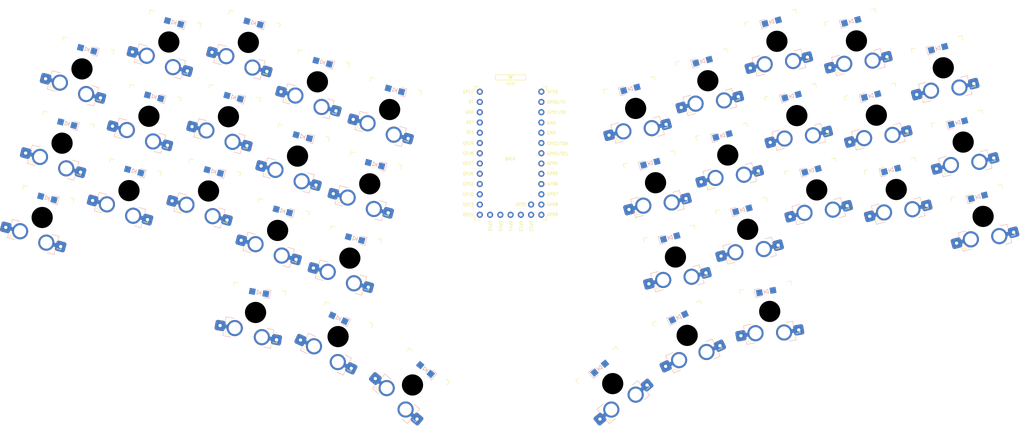
<source format=kicad_pcb>
(kicad_pcb (version 20221018) (generator pcbnew)
  (layers (0 "F.Cu" signal) (31 "B.Cu" signal) (34 "B.Paste" user) (35 "F.Paste" user) (36 "B.SilkS" user "B.Silkscreen") (37 "F.SilkS" user "F.Silkscreen") (38 "B.Mask" user) (39 "F.Mask" user) (44 "Edge.Cuts" user))
  (net 0 "")
  (net 1 "ROW0")
  (net 2 "Net-(D1-A)")
  (net 3 "ROW1")
  (net 4 "Net-(D2-A)")
  (net 5 "ROW2")
  (net 6 "Net-(D3-A)")
  (net 7 "Net-(D4-A)")
  (net 8 "Net-(D5-A)")
  (net 9 "Net-(D6-A)")
  (net 10 "Net-(D7-A)")
  (net 11 "Net-(D8-A)")
  (net 12 "Net-(D9-A)")
  (net 13 "ROW3")
  (net 14 "Net-(D10-A)")
  (net 15 "Net-(D11-A)")
  (net 16 "Net-(D12-A)")
  (net 17 "Net-(D13-A)")
  (net 18 "Net-(D14-A)")
  (net 19 "Net-(D15-A)")
  (net 20 "Net-(D16-A)")
  (net 21 "Net-(D17-A)")
  (net 22 "Net-(D18-A)")
  (net 23 "Net-(D19-A)")
  (net 24 "Net-(D20-A)")
  (net 25 "Net-(D21-A)")
  (net 26 "Net-(D22-A)")
  (net 27 "Net-(D23-A)")
  (net 28 "Net-(D24-A)")
  (net 29 "Net-(D25-A)")
  (net 30 "Net-(D26-A)")
  (net 31 "Net-(D27-A)")
  (net 32 "Net-(D28-A)")
  (net 33 "Net-(D29-A)")
  (net 34 "Net-(D30-A)")
  (net 35 "Net-(D31-A)")
  (net 36 "Net-(D32-A)")
  (net 37 "Net-(D33-A)")
  (net 38 "Net-(D34-A)")
  (net 39 "Net-(D35-A)")
  (net 40 "Net-(D36-A)")
  (net 41 "COL0")
  (net 42 "COL1")
  (net 43 "COL2")
  (net 44 "COL3")
  (net 45 "COL4")
  (net 46 "COL5")
  (net 47 "COL6")
  (net 48 "COL7")
  (net 49 "COL8")
  (net 50 "COL9")
  (footprint "KBD:SW_Gateron_LowProfile_HotSwap_PTH" (layer "F.Cu") (at 32.044761 105.706539 -15)
    (fp_text reference "SW21" hide)
    (fp_text value "Switch-NoLED" hide)
    (pad "" np_thru_hole circle (at 0 0 345) (size 5.25 5.25) (drill 5.25) (layers "*.Mask"))
    (pad "1" thru_hole roundrect (at -8.075 4.7 345) (size 2.5 2.55) (drill 0.8128) (layers "*.Cu" "*.Mask") (roundrect_rratio 0.2) (net 41 "COL0"))
    (pad "1" smd rect (at -6.35 4.7 345) (size 3.9 1) (layers "B.Cu") (net 41 "COL0"))
    (pad "1" thru_hole circle (at -4.4 4.7 345) (size 4 4) (drill 3) (layers "*.Cu" "B.Mask") (net 41 "COL0"))
    (pad "2" thru_hole circle (at 2.6 5.75 345) (size 4 4) (drill 3) (layers "*.Cu" "B.Mask") (net 25 "Net-(D21-A)"))
    (pad "2" smd rect (at 4.475 5.75 345) (size 3.75 1) (layers "B.Cu") (net 25 "Net-(D21-A)"))
    (pad "2" thru_hole roundrect (at 6.275 5.75 345) (size 2.5 2.55) (drill 0.8128) (layers "*.Cu" "*.Mask") (roundrect_rratio 0.2) (net 25 "Net-(D21-A)"))
  )
  (footprint "KBD:SW_Gateron_LowProfile_HotSwap_PTH" (layer "F.Cu") (at 100.214256 72.105164 -15)
    (fp_text reference "SW4" hide)
    (fp_text value "Switch-NoLED" hide)
    (pad "" np_thru_hole circle (at 0 0 345) (size 5.25 5.25) (drill 5.25) (layers "*.Mask"))
    (pad "1" thru_hole roundrect (at -8.075 4.7 345) (size 2.5 2.55) (drill 0.8128) (layers "*.Cu" "*.Mask") (roundrect_rratio 0.2) (net 44 "COL3"))
    (pad "1" smd rect (at -6.35 4.7 345) (size 3.9 1) (layers "B.Cu") (net 44 "COL3"))
    (pad "1" thru_hole circle (at -4.4 4.7 345) (size 4 4) (drill 3) (layers "*.Cu" "B.Mask") (net 44 "COL3"))
    (pad "2" thru_hole circle (at 2.6 5.75 345) (size 4 4) (drill 3) (layers "*.Cu" "B.Mask") (net 7 "Net-(D4-A)"))
    (pad "2" smd rect (at 4.475 5.75 345) (size 3.75 1) (layers "B.Cu") (net 7 "Net-(D4-A)"))
    (pad "2" thru_hole roundrect (at 6.275 5.75 345) (size 2.5 2.55) (drill 0.8128) (layers "*.Cu" "*.Mask") (roundrect_rratio 0.2) (net 7 "Net-(D4-A)"))
  )
  (footprint "KBD:SW_Gateron_LowProfile_HotSwap_PTH" (layer "F.Cu") (at 90.35325 108.906938 -15)
    (fp_text reference "SW24" hide)
    (fp_text value "Switch-NoLED" hide)
    (pad "" np_thru_hole circle (at 0 0 345) (size 5.25 5.25) (drill 5.25) (layers "*.Mask"))
    (pad "1" thru_hole roundrect (at -8.075 4.7 345) (size 2.5 2.55) (drill 0.8128) (layers "*.Cu" "*.Mask") (roundrect_rratio 0.2) (net 44 "COL3"))
    (pad "1" smd rect (at -6.35 4.7 345) (size 3.9 1) (layers "B.Cu") (net 44 "COL3"))
    (pad "1" thru_hole circle (at -4.4 4.7 345) (size 4 4) (drill 3) (layers "*.Cu" "B.Mask") (net 44 "COL3"))
    (pad "2" thru_hole circle (at 2.6 5.75 345) (size 4 4) (drill 3) (layers "*.Cu" "B.Mask") (net 28 "Net-(D24-A)"))
    (pad "2" smd rect (at 4.475 5.75 345) (size 3.75 1) (layers "B.Cu") (net 28 "Net-(D24-A)"))
    (pad "2" thru_hole roundrect (at 6.275 5.75 345) (size 2.5 2.55) (drill 0.8128) (layers "*.Cu" "*.Mask") (roundrect_rratio 0.2) (net 28 "Net-(D24-A)"))
  )
  (footprint "KBD:SW_Gateron_LowProfile_HotSwap_PTH" (layer "F.Cu") (at 243.562746 98.774172 15)
    (fp_text reference "SW29" hide)
    (fp_text value "Switch-NoLED" hide)
    (pad "" np_thru_hole circle (at 0 0 15) (size 5.25 5.25) (drill 5.25) (layers "*.Mask"))
    (pad "1" thru_hole roundrect (at -8.075 4.7 15) (size 2.5 2.55) (drill 0.8128) (layers "*.Cu" "*.Mask") (roundrect_rratio 0.2) (net 49 "COL8"))
    (pad "1" smd rect (at -6.35 4.7 15) (size 3.9 1) (layers "B.Cu") (net 49 "COL8"))
    (pad "1" thru_hole circle (at -4.4 4.7 15) (size 4 4) (drill 3) (layers "*.Cu" "B.Mask") (net 49 "COL8"))
    (pad "2" thru_hole circle (at 2.6 5.75 15) (size 4 4) (drill 3) (layers "*.Cu" "B.Mask") (net 33 "Net-(D29-A)"))
    (pad "2" smd rect (at 4.475 5.75 15) (size 3.75 1) (layers "B.Cu") (net 33 "Net-(D29-A)"))
    (pad "2" thru_hole roundrect (at 6.275 5.75 15) (size 2.5 2.55) (drill 0.8128) (layers "*.Cu" "*.Mask") (roundrect_rratio 0.2) (net 33 "Net-(D29-A)"))
  )
  (footprint "KBD:SW_Gateron_LowProfile_HotSwap_PTH" (layer "F.Cu") (at 108.236499 115.769292 -15)
    (fp_text reference "SW25" hide)
    (fp_text value "Switch-NoLED" hide)
    (pad "" np_thru_hole circle (at 0 0 345) (size 5.25 5.25) (drill 5.25) (layers "*.Mask"))
    (pad "1" thru_hole roundrect (at -8.075 4.7 345) (size 2.5 2.55) (drill 0.8128) (layers "*.Cu" "*.Mask") (roundrect_rratio 0.2) (net 45 "COL4"))
    (pad "1" smd rect (at -6.35 4.7 345) (size 3.9 1) (layers "B.Cu") (net 45 "COL4"))
    (pad "1" thru_hole circle (at -4.4 4.7 345) (size 4 4) (drill 3) (layers "*.Cu" "B.Mask") (net 45 "COL4"))
    (pad "2" thru_hole circle (at 2.6 5.75 345) (size 4 4) (drill 3) (layers "*.Cu" "B.Mask") (net 29 "Net-(D25-A)"))
    (pad "2" smd rect (at 4.475 5.75 345) (size 3.75 1) (layers "B.Cu") (net 29 "Net-(D25-A)"))
    (pad "2" thru_hole roundrect (at 6.275 5.75 345) (size 2.5 2.55) (drill 0.8128) (layers "*.Cu" "*.Mask") (roundrect_rratio 0.2) (net 29 "Net-(D25-A)"))
  )
  (footprint "KBD:SW_Gateron_LowProfile_HotSwap_PTH" (layer "F.Cu") (at 188.877723 115.497532 15)
    (fp_text reference "SW26" hide)
    (fp_text value "Switch-NoLED" hide)
    (pad "" np_thru_hole circle (at 0 0 15) (size 5.25 5.25) (drill 5.25) (layers "*.Mask"))
    (pad "1" thru_hole roundrect (at -8.075 4.7 15) (size 2.5 2.55) (drill 0.8128) (layers "*.Cu" "*.Mask") (roundrect_rratio 0.2) (net 46 "COL5"))
    (pad "1" smd rect (at -6.35 4.7 15) (size 3.9 1) (layers "B.Cu") (net 46 "COL5"))
    (pad "1" thru_hole circle (at -4.4 4.7 15) (size 4 4) (drill 3) (layers "*.Cu" "B.Mask") (net 46 "COL5"))
    (pad "2" thru_hole circle (at 2.6 5.75 15) (size 4 4) (drill 3) (layers "*.Cu" "B.Mask") (net 30 "Net-(D26-A)"))
    (pad "2" smd rect (at 4.475 5.75 15) (size 3.75 1) (layers "B.Cu") (net 30 "Net-(D26-A)"))
    (pad "2" thru_hole roundrect (at 6.275 5.75 15) (size 2.5 2.55) (drill 0.8128) (layers "*.Cu" "*.Mask") (roundrect_rratio 0.2) (net 30 "Net-(D26-A)"))
  )
  (footprint "KBD:ProMicro_RP2040_v3.5_R" (layer "F.Cu") (at 147.99 91.167)
    (fp_text reference "U1" hide)
    (fp_text value "ProMicro_RP2040_R" hide)
    (fp_text user "" (at -1.1915 -15.848) (layer "B.SilkS") (effects (justify mirror)))
    (fp_text user "GP08" (at 10.485 11.308 unlocked) (layer "F.SilkS") (effects (font (size 0.75 0.67) (thickness 0.125))))
    (fp_text user "GP27" (at -10.432143 1.158 unlocked) (layer "F.SilkS") (effects (font (size 0.75 0.67) (thickness 0.125))))
    (fp_text user "GND" (at 10.197858 -8.892 unlocked) (layer "F.SilkS") (effects (font (size 0.75 0.67) (thickness 0.125))))
    (fp_text user "GP09" (at 10.485 13.808 unlocked) (layer "F.SilkS") (effects (font (size 0.75 0.67) (thickness 0.125))))
    (fp_text user "GP11" (at -10.432143 -16.61 unlocked) (layer "F.SilkS") (effects (font (size 0.75 0.67) (thickness 0.125))))
    (fp_text user "GP28" (at -10.432143 -1.342 unlocked) (layer "F.SilkS") (effects (font (size 0.75 0.67) (thickness 0.125))))
    (fp_text user "GP20" (at -10.432143 8.808 unlocked) (layer "F.SilkS") (effects (font (size 0.75 0.67) (thickness 0.125))))
    (fp_text user "USB" (at 0.01 -18.542) (layer "F.SilkS") (effects (font (size 0.75 0.75) (thickness 0.12))))
    (fp_text user "GP10" (at 10.485 -16.586676 unlocked) (layer "F.SilkS") (effects (font (size 0.75 0.67) (thickness 0.125))))
    (fp_text user "RST" (at -10.033333 -8.992 unlocked) (layer "F.SilkS") (effects (font (size 0.75 0.67) (thickness 0.125))))
    (fp_text user "GP22" (at -10.432143 6.258 unlocked) (layer "F.SilkS") (effects (font (size 0.75 0.67) (thickness 0.125))))
    (fp_text user "GND" (at -10.145 -11.542 unlocked) (layer "F.SilkS") (effects (font (size 0.75 0.67) (thickness 0.125))))
    (fp_text user "GP12" (at 5.14 16.664 270 unlocked) (layer "F.SilkS") (effects (font (size 0.75 0.67) (thickness 0.125))))
    (fp_text user "GP29" (at -10.432143 -3.842 unlocked) (layer "F.SilkS") (effects (font (size 0.75 0.67) (thickness 0.125))))
    (fp_text user "GP26" (at -10.432143 3.708 unlocked) (layer "F.SilkS") (effects (font (size 0.75 0.67) (thickness 0.125))))
    (fp_text user "" (at -0.485 -16.992) (layer "F.SilkS"))
    (fp_text user "5V" (at -9.730238 -14.092 unlocked) (layer "F.SilkS") (effects (font (size 0.75 0.67) (thickness 0.125))))
    (fp_text user "GND" (at 10.197858 -6.442 unlocked) (layer "F.SilkS") (effects (font (size 0.75 0.67) (thickness 0.125))))
    (fp_text user "GP02/SDA" (at 11.777143 -3.792 unlocked) (layer "F.SilkS") (effects (font (size 0.75 0.67) (thickness 0.125))))
    (fp_text user "GP15" (at -2.48 16.664 270 unlocked) (layer "F.SilkS") (effects (font (size 0.75 0.67) (thickness 0.125))))
    (fp_text user "GP16" (at -5.02 16.664 270 unlocked) (layer "F.SilkS") (effects (font (size 0.75 0.67) (thickness 0.125))))
    (fp_text user "GP01/RX" (at 11.49 -11.492 unlocked) (layer "F.SilkS") (effects (font (size 0.75 0.67) (thickness 0.125))))
    (fp_text user "GP04" (at 10.485 1.108 unlocked) (layer "F.SilkS") (effects (font (size 0.75 0.67) (thickness 0.125))))
    (fp_text user "GP13" (at 2.6 16.664 270 unlocked) (layer "F.SilkS") (effects (font (size 0.75 0.67) (thickness 0.125))))
    (fp_text user "GP03/SCL" (at 11.761191 -1.292 unlocked) (layer "F.SilkS") (effects (font (size 0.75 0.67) (thickness 0.125))))
    (fp_text user "GP00/TX" (at 11.410238 -14.042 unlocked) (layer "F.SilkS") (effects (font (size 0.75 0.67) (thickness 0.125))))
    (fp_text user "GP21" (at -10.432143 13.858 unlocked) (layer "F.SilkS") (effects (font (size 0.75 0.67) (thickness 0.125))))
    (fp_text user "GP05" (at 10.485 3.658 unlocked) (layer "F.SilkS") (effects (font (size 0.75 0.67) (thickness 0.125))))
    (fp_text user "GP07" (at 10.485 8.758 unlocked) (layer "F.SilkS") (effects (font (size 0.75 0.67) (thickness 0.125))))
    (fp_text user "GP06" (at 10.485 6.208 unlocked) (layer "F.SilkS") (effects (font (size 0.75 0.67) (thickness 0.125))))
    (fp_text user "GP14" (at 0.06 16.664 270 unlocked) (layer "F.SilkS") (effects (font (size 0.75 0.67) (thickness 0.125))))
    (fp_text user "GP25" (at 2.6 11.33 unlocked) (layer "F.SilkS") (effects (font (size 0.75 0.67) (thickness 0.125))))
    (fp_text user "3V3" (at -10.049286 -6.542 unlocked) (layer "F.SilkS") (effects (font (size 0.75 0.67) (thickness 0.125))))
    (fp_text user "BACK" (at 0 0 unlocked) (layer "F.SilkS") (effects (font (size 0.75 0.67) (thickness 0.125))))
    (fp_text user "GP23" (at -10.432143 11.358 unlocked) (layer "F.SilkS") (effects (font (size 0.75 0.67) (thickness 0.125))))
    (pad "1" thru_hole circle (at 7.6814 -16.61) (size 1.524 1.524) (drill 0.8128) (layers "*.Cu" "*.Mask") (net 46 "COL5"))
    (pad "2" thru_hole circle (at 7.6814 -14.07) (size 1.524 1.524) (drill 0.8128) (layers "*.Cu" "*.Mask"))
    (pad "3" thru_hole circle (at 7.6814 -11.53) (size 1.524 1.524) (drill 0.8128) (layers "*.Cu" "*.Mask"))
    (pad "4" thru_hole circle (at 7.6814 -8.99) (size 1.524 1.524) (drill 0.8128) (layers "*.Cu" "*.Mask"))
    (pad "5" thru_hole circle (at 7.6814 -6.45) (size 1.524 1.524) (drill 0.8128) (layers "*.Cu" "*.Mask"))
    (pad "6" thru_hole circle (at 7.6814 -3.91) (size 1.524 1.524) (drill 0.8128) (layers "*.Cu" "*.Mask"))
    (pad "7" thru_hole circle (at 7.6814 -1.37) (size 1.524 1.524) (drill 0.8128) (layers "*.Cu" "*.Mask"))
    (pad "8" thru_hole circle (at 7.6814 1.17) (size 1.524 1.524) (drill 0.8128) (layers "*.Cu" "*.Mask") (net 47 "COL6"))
    (pad "9" thru_hole circle (at 7.6814 3.71) (size 1.524 1.524) (drill 0.8128) (layers "*.Cu" "*.Mask") (net 48 "COL7"))
    (pad "10" thru_hole circle (at 7.6814 6.25) (size 1.524 1.524) (drill 0.8128) (layers "*.Cu" "*.Mask") (net 49 "COL8"))
    (pad "11" thru_hole circle (at 7.6814 8.79) (size 1.524 1.524) (drill 0.8128) (layers "*.Cu" "*.Mask") (net 50 "COL9"))
    (pad "12" thru_hole circle (at 7.6814 11.33) (size 1.524 1.524) (drill 0.8128) (layers "*.Cu" "*.Mask") (net 13 "ROW3"))
    (pad "13" thru_hole circle (at 7.6814 13.87) (size 1.524 1.524) (drill 0.8128) (layers "*.Cu" "*.Mask") (net 5 "ROW2"))
    (pad "14" thru_hole circle (at 5.1414 13.87) (size 1.524 1.524) (drill 0.8128) (layers "*.Cu" "*.Mask"))
    (pad "15" thru_hole circle (at 2.6014 13.87) (size 1.524 1.524) (drill 0.8128) (layers "*.Cu" "*.Mask"))
    (pad "16" thru_hole circle (at 0.0614 13.87) (size 1.524 1.524) (drill 0.8128) (layers "*.Cu" "*.Mask"))
    (pad "17" thru_hole circle (at -2.4786 13.87) (size 1.524 1.524) (drill 0.8128) (layers "*.Cu" "*.Mask"))
    (pad "18" thru_hole circle (at -5.0186 13.87) (size 1.524 1.524) (drill 0.8128) (layers "*.Cu" "*.Mask"))
    (pad "19" thru_hole circle (at -7.5586 13.87) (size 1.524 1.524) (drill 0.8128) (layers "*.Cu" "*.Mask") (net 3 "ROW1"))
    (pad "20" thru_hole circle (at -7.5586 11.33) (size 1.524 1.524) (drill 0.8128) (layers "*.Cu" "*.Mask") (net 1 "ROW0"))
    (pad "21" thru_hole circle (at -7.5586 8.79) (size 1.524 1.524) (drill 0.8128) (layers "*.Cu" "*.Mask") (net 45 "COL4"))
    (pad "22" thru_hole circle (at -7.5586 6.25) (size 1.524 1.524) (drill 0.8128) (layers "*.Cu" "*.Mask") (net 44 "COL3"))
    (pad "23" thru_hole circle (at -7.5586 3.71) (size 1.524 1.524) (drill 0.8128) (layers "*.Cu" "*.Mask") (net 43 "COL2"))
    (pad "24" thru_hole circle (at -7.5586 1.17) (size 1.524 1.524) (drill 0.8128) (layers "*.Cu" "*.Mask") (net 42 "COL1"))
    (pad "25" thru_hole circle (at -7.5586 -1.37) (size 1.524 1.524) (drill 0.8128) (layers "*.Cu" "*.Mask") (net 41 "COL0"))
    (pad "26" thru_hole circle (at -7.5586 -3.91) (size 1.524 1.524) (drill 0.8128) (layers "*.Cu" "*.Mask"))
    (pad "27" thru_hole circle (at -7.5586 -6.45) (size 1.524 1.524) (drill 0.8128) (layers "*.Cu" "*.Mask"))
    (pad "28" thru_hole circle (at -7.5586 -8.99) (size 1.524 1.524) (drill 0.8128) (layers "*.Cu" "*.Mask"))
    (pad "29" thru_hole circle (at -7.5586 -11.53) (size 1.524 1.524) (drill 0.8128) (layers "*.Cu" "*.Mask"))
    (pad "30" thru_hole circle (at -7.5586 -14.07) (size 1.524 1.524) (drill 0.8128) (layers "*.Cu" "*.Mask"))
    (pad "31" thru_hole circle (at -7.5586 -16.61) (size 1.524 1.524) (drill 0.8128) (layers "*.Cu" "*.Mask"))
    (pad "35" thru_hole circle (at 5.14 11.33) (size 1.524 1.524) (drill 0.8128) (layers "*.Cu" "*.Mask"))
  )
  (footprint "KBD:SW_Gateron_LowProfile_HotSwap_PTH" (layer "F.Cu") (at 183.94722 97.096645 15)
    (fp_text reference "SW16" hide)
    (fp_text value "Switch-NoLED" hide)
    (pad "" np_thru_hole circle (at 0 0 15) (size 5.25 5.25) (drill 5.25) (layers "*.Mask"))
    (pad "1" thru_hole roundrect (at -8.075 4.7 15) (size 2.5 2.55) (drill 0.8128) (layers "*.Cu" "*.Mask") (roundrect_rratio 0.2) (net 46 "COL5"))
    (pad "1" smd rect (at -6.35 4.7 15) (size 3.9 1) (layers "B.Cu") (net 46 "COL5"))
    (pad "1" thru_hole circle (at -4.4 4.7 15) (size 4 4) (drill 3) (layers "*.Cu" "B.Mask") (net 46 "COL5"))
    (pad "2" thru_hole circle (at 2.6 5.75 15) (size 4 4) (drill 3) (layers "*.Cu" "B.Mask") (net 20 "Net-(D16-A)"))
    (pad "2" smd rect (at 4.475 5.75 15) (size 3.75 1) (layers "B.Cu") (net 20 "Net-(D16-A)"))
    (pad "2" thru_hole roundrect (at 6.275 5.75 15) (size 2.5 2.55) (drill 0.8128) (layers "*.Cu" "*.Mask") (roundrect_rratio 0.2) (net 20 "Net-(D16-A)"))
  )
  (footprint "KBD:SW_Gateron_LowProfile_HotSwap_PTH" (layer "F.Cu") (at 95.283753 90.506051 -15)
    (fp_text reference "SW14" hide)
    (fp_text value "Switch-NoLED" hide)
    (pad "" np_thru_hole circle (at 0 0 345) (size 5.25 5.25) (drill 5.25) (layers "*.Mask"))
    (pad "1" thru_hole roundrect (at -8.075 4.7 345) (size 2.5 2.55) (drill 0.8128) (layers "*.Cu" "*.Mask") (roundrect_rratio 0.2) (net 44 "COL3"))
    (pad "1" smd rect (at -6.35 4.7 345) (size 3.9 1) (layers "B.Cu") (net 44 "COL3"))
    (pad "1" thru_hole circle (at -4.4 4.7 345) (size 4 4) (drill 3) (layers "*.Cu" "B.Mask") (net 44 "COL3"))
    (pad "2" thru_hole circle (at 2.6 5.75 345) (size 4 4) (drill 3) (layers "*.Cu" "B.Mask") (net 18 "Net-(D14-A)"))
    (pad "2" smd rect (at 4.475 5.75 345) (size 3.75 1) (layers "B.Cu") (net 18 "Net-(D14-A)"))
    (pad "2" thru_hole roundrect (at 6.275 5.75 345) (size 2.5 2.55) (drill 0.8128) (layers "*.Cu" "*.Mask") (roundrect_rratio 0.2) (net 18 "Net-(D14-A)"))
  )
  (footprint "KBD:SW_Gateron_LowProfile_HotSwap_PTH" (layer "F.Cu") (at 233.70174 61.972398 15)
    (fp_text reference "SW9" hide)
    (fp_text value "Switch-NoLED" hide)
    (pad "" np_thru_hole circle (at 0 0 15) (size 5.25 5.25) (drill 5.25) (layers "*.Mask"))
    (pad "1" thru_hole roundrect (at -8.075 4.7 15) (size 2.5 2.55) (drill 0.8128) (layers "*.Cu" "*.Mask") (roundrect_rratio 0.2) (net 49 "COL8"))
    (pad "1" smd rect (at -6.35 4.7 15) (size 3.9 1) (layers "B.Cu") (net 49 "COL8"))
    (pad "1" thru_hole circle (at -4.4 4.7 15) (size 4 4) (drill 3) (layers "*.Cu" "B.Mask") (net 49 "COL8"))
    (pad "2" thru_hole circle (at 2.6 5.75 15) (size 4 4) (drill 3) (layers "*.Cu" "B.Mask") (net 12 "Net-(D9-A)"))
    (pad "2" smd rect (at 4.475 5.75 15) (size 3.75 1) (layers "B.Cu") (net 12 "Net-(D9-A)"))
    (pad "2" thru_hole roundrect (at 6.275 5.75 15) (size 2.5 2.55) (drill 0.8128) (layers "*.Cu" "*.Mask") (roundrect_rratio 0.2) (net 12 "Net-(D9-A)"))
  )
  (footprint "KBD:SW_Gateron_LowProfile_HotSwap_PTH" (layer "F.Cu") (at 58.481979 80.645045 -15)
    (fp_text reference "SW12" hide)
    (fp_text value "Switch-NoLED" hide)
    (pad "" np_thru_hole circle (at 0 0 345) (size 5.25 5.25) (drill 5.25) (layers "*.Mask"))
    (pad "1" thru_hole roundrect (at -8.075 4.7 345) (size 2.5 2.55) (drill 0.8128) (layers "*.Cu" "*.Mask") (roundrect_rratio 0.2) (net 42 "COL1"))
    (pad "1" smd rect (at -6.35 4.7 345) (size 3.9 1) (layers "B.Cu") (net 42 "COL1"))
    (pad "1" thru_hole circle (at -4.4 4.7 345) (size 4 4) (drill 3) (layers "*.Cu" "B.Mask") (net 42 "COL1"))
    (pad "2" thru_hole circle (at 2.6 5.75 345) (size 4 4) (drill 3) (layers "*.Cu" "B.Mask") (net 16 "Net-(D12-A)"))
    (pad "2" smd rect (at 4.475 5.75 345) (size 3.75 1) (layers "B.Cu") (net 16 "Net-(D12-A)"))
    (pad "2" thru_hole roundrect (at 6.275 5.75 345) (size 2.5 2.55) (drill 0.8128) (layers "*.Cu" "*.Mask") (roundrect_rratio 0.2) (net 16 "Net-(D12-A)"))
  )
  (footprint "KBD:SW_Gateron_LowProfile_HotSwap_PTH" (layer "F.Cu") (at 41.905766 68.904765 -15)
    (fp_text reference "SW1" hide)
    (fp_text value "Switch-NoLED" hide)
    (pad "" np_thru_hole circle (at 0 0 345) (size 5.25 5.25) (drill 5.25) (layers "*.Mask"))
    (pad "1" thru_hole roundrect (at -8.075 4.7 345) (size 2.5 2.55) (drill 0.8128) (layers "*.Cu" "*.Mask") (roundrect_rratio 0.2) (net 41 "COL0"))
    (pad "1" smd rect (at -6.35 4.7 345) (size 3.9 1) (layers "B.Cu") (net 41 "COL0"))
    (pad "1" thru_hole circle (at -4.4 4.7 345) (size 4 4) (drill 3) (layers "*.Cu" "B.Mask") (net 41 "COL0"))
    (pad "2" thru_hole circle (at 2.6 5.75 345) (size 4 4) (drill 3) (layers "*.Cu" "B.Mask") (net 2 "Net-(D1-A)"))
    (pad "2" smd rect (at 4.475 5.75 345) (size 3.75 1) (layers "B.Cu") (net 2 "Net-(D1-A)"))
    (pad "2" thru_hole roundrect (at 6.275 5.75 345) (size 2.5 2.55) (drill 0.8128) (layers "*.Cu" "*.Mask") (roundrect_rratio 0.2) (net 2 "Net-(D1-A)"))
  )
  (footprint "KBD:SW_Gateron_LowProfile_HotSwap_PTH" (layer "F.Cu") (at 179.016717 78.695758 15)
    (fp_text reference "SW6" hide)
    (fp_text value "Switch-NoLED" hide)
    (pad "" np_thru_hole circle (at 0 0 15) (size 5.25 5.25) (drill 5.25) (layers "*.Mask"))
    (pad "1" thru_hole roundrect (at -8.075 4.7 15) (size 2.5 2.55) (drill 0.8128) (layers "*.Cu" "*.Mask") (roundrect_rratio 0.2) (net 46 "COL5"))
    (pad "1" smd rect (at -6.35 4.7 15) (size 3.9 1) (layers "B.Cu") (net 46 "COL5"))
    (pad "1" thru_hole circle (at -4.4 4.7 15) (size 4 4) (drill 3) (layers "*.Cu" "B.Mask") (net 46 "COL5"))
    (pad "2" thru_hole circle (at 2.6 5.75 15) (size 4 4) (drill 3) (layers "*.Cu" "B.Mask") (net 9 "Net-(D6-A)"))
    (pad "2" smd rect (at 4.475 5.75 15) (size 3.75 1) (layers "B.Cu") (net 9 "Net-(D6-A)"))
    (pad "2" thru_hole roundrect (at 6.275 5.75 15) (size 2.5 2.55) (drill 0.8128) (layers "*.Cu" "*.Mask") (roundrect_rratio 0.2) (net 9 "Net-(D6-A)"))
  )
  (footprint "KBD:SW_Gateron_LowProfile_HotSwap_PTH" (layer "F.Cu") (at 255.208456 68.633005 15)
    (fp_text reference "SW10" hide)
    (fp_text value "Switch-NoLED" hide)
    (pad "" np_thru_hole circle (at 0 0 15) (size 5.25 5.25) (drill 5.25) (layers "*.Mask"))
    (pad "1" thru_hole roundrect (at -8.075 4.7 15) (size 2.5 2.55) (drill 0.8128) (layers "*.Cu" "*.Mask") (roundrect_rratio 0.2) (net 50 "COL9"))
    (pad "1" smd rect (at -6.35 4.7 15) (size 3.9 1) (layers "B.Cu") (net 50 "COL9"))
    (pad "1" thru_hole circle (at -4.4 4.7 15) (size 4 4) (drill 3) (layers "*.Cu" "B.Mask") (net 50 "COL9"))
    (pad "2" thru_hole circle (at 2.6 5.75 15) (size 4 4) (drill 3) (layers "*.Cu" "B.Mask") (net 14 "Net-(D10-A)"))
    (pad "2" smd rect (at 4.475 5.75 15) (size 3.75 1) (layers "B.Cu") (net 14 "Net-(D10-A)"))
    (pad "2" thru_hole roundrect (at 6.275 5.75 15) (size 2.5 2.55) (drill 0.8128) (layers "*.Cu" "*.Mask") (roundrect_rratio 0.2) (net 14 "Net-(D10-A)"))
  )
  (footprint "KBD:SW_Gateron_LowProfile_HotSwap_PTH" (layer "F.Cu") (at 201.830469 90.234291 15)
    (fp_text reference "SW17" hide)
    (fp_text value "Switch-NoLED" hide)
    (pad "" np_thru_hole circle (at 0 0 15) (size 5.25 5.25) (drill 5.25) (layers "*.Mask"))
    (pad "1" thru_hole roundrect (at -8.075 4.7 15) (size 2.5 2.55) (drill 0.8128) (layers "*.Cu" "*.Mask") (roundrect_rratio 0.2) (net 47 "COL6"))
    (pad "1" smd rect (at -6.35 4.7 15) (size 3.9 1) (layers "B.Cu") (net 47 "COL6"))
    (pad "1" thru_hole circle (at -4.4 4.7 15) (size 4 4) (drill 3) (layers "*.Cu" "B.Mask") (net 47 "COL6"))
    (pad "2" thru_hole circle (at 2.6 5.75 15) (size 4 4) (drill 3) (layers "*.Cu" "B.Mask") (net 21 "Net-(D17-A)"))
    (pad "2" smd rect (at 4.475 5.75 15) (size 3.75 1) (layers "B.Cu") (net 21 "Net-(D17-A)"))
    (pad "2" thru_hole roundrect (at 6.275 5.75 15) (size 2.5 2.55) (drill 0.8128) (layers "*.Cu" "*.Mask") (roundrect_rratio 0.2) (net 21 "Net-(D17-A)"))
  )
  (footprint "KBD:SW_Gateron_LowProfile_HotSwap_PTH" (layer "F.Cu") (at 191.78049 134.900846 25)
    (fp_text reference "SW35" hide)
    (fp_text value "Switch-NoLED" hide)
    (pad "" np_thru_hole circle (at 0 0 25) (size 5.25 5.25) (drill 5.25) (layers "*.Mask"))
    (pad "1" thru_hole roundrect (at -8.075 4.7 25) (size 2.5 2.55) (drill 0.8128) (layers "*.Cu" "*.Mask") (roundrect_rratio 0.2) (net 47 "COL6"))
    (pad "1" smd rect (at -6.35 4.7 25) (size 3.9 1) (layers "B.Cu") (net 47 "COL6"))
    (pad "1" thru_hole circle (at -4.4 4.7 25) (size 4 4) (drill 3) (layers "*.Cu" "B.Mask") (net 47 "COL6"))
    (pad "2" thru_hole circle (at 2.6 5.75 25) (size 4 4) (drill 3) (layers "*.Cu" "B.Mask") (net 39 "Net-(D35-A)"))
    (pad "2" smd rect (at 4.475 5.75 25) (size 3.75 1) (layers "B.Cu") (net 39 "Net-(D35-A)"))
    (pad "2" thru_hole roundrect (at 6.275 5.75 25) (size 2.5 2.55) (drill 0.8128) (layers "*.Cu" "*.Mask") (roundrect_rratio 0.2) (net 39 "Net-(D35-A)"))
  )
  (footprint "KBD:SW_Gateron_LowProfile_HotSwap_PTH" (layer "F.Cu") (at 223.867764 98.875046 15)
    (fp_text reference "SW28" hide)
    (fp_text value "Switch-NoLED" hide)
    (pad "" np_thru_hole circle (at 0 0 15) (size 5.25 5.25) (drill 5.25) (layers "*.Mask"))
    (pad "1" thru_hole roundrect (at -8.075 4.7 15) (size 2.5 2.55) (drill 0.8128) (layers "*.Cu" "*.Mask") (roundrect_rratio 0.2) (net 48 "COL7"))
    (pad "1" smd rect (at -6.35 4.7 15) (size 3.9 1) (layers "B.Cu") (net 48 "COL7"))
    (pad "1" thru_hole circle (at -4.4 4.7 15) (size 4 4) (drill 3) (layers "*.Cu" "B.Mask") (net 48 "COL7"))
    (pad "2" thru_hole circle (at 2.6 5.75 15) (size 4 4) (drill 3) (layers "*.Cu" "B.Mask") (net 32 "Net-(D28-A)"))
    (pad "2" smd rect (at 4.475 5.75 15) (size 3.75 1) (layers "B.Cu") (net 32 "Net-(D28-A)"))
    (pad "2" thru_hole roundrect (at 6.275 5.75 15) (size 2.5 2.55) (drill 0.8128) (layers "*.Cu" "*.Mask") (roundrect_rratio 0.2) (net 32 "Net-(D28-A)"))
  )
  (footprint "KBD:SW_Gateron_LowProfile_HotSwap_PTH" (layer "F.Cu") (at 83.107464 62.345032 -15)
    (fp_text reference "SW3" hide)
    (fp_text value "Switch-NoLED" hide)
    (pad "" np_thru_hole circle (at 0 0 345) (size 5.25 5.25) (drill 5.25) (layers "*.Mask"))
    (pad "1" thru_hole roundrect (at -8.075 4.7 345) (size 2.5 2.55) (drill 0.8128) (layers "*.Cu" "*.Mask") (roundrect_rratio 0.2) (net 43 "COL2"))
    (pad "1" smd rect (at -6.35 4.7 345) (size 3.9 1) (layers "B.Cu") (net 43 "COL2"))
    (pad "1" thru_hole circle (at -4.4 4.7 345) (size 4 4) (drill 3) (layers "*.Cu" "B.Mask") (net 43 "COL2"))
    (pad "2" thru_hole circle (at 2.6 5.75 345) (size 4 4) (drill 3) (layers "*.Cu" "B.Mask") (net 6 "Net-(D3-A)"))
    (pad "2" smd rect (at 4.475 5.75 345) (size 3.75 1) (layers "B.Cu") (net 6 "Net-(D3-A)"))
    (pad "2" thru_hole roundrect (at 6.275 5.75 345) (size 2.5 2.55) (drill 0.8128) (layers "*.Cu" "*.Mask") (roundrect_rratio 0.2) (net 6 "Net-(D3-A)"))
  )
  (footprint "KBD:SW_Gateron_LowProfile_HotSwap_PTH" (layer "F.Cu") (at 84.890594 129.226679 -10)
    (fp_text reference "SW31" hide)
    (fp_text value "Switch-NoLED" hide)
    (pad "" np_thru_hole circle (at 0 0 350) (size 5.25 5.25) (drill 5.25) (layers "*.Mask"))
    (pad "1" thru_hole roundrect (at -8.075 4.7 350) (size 2.5 2.55) (drill 0.8128) (layers "*.Cu" "*.Mask") (roundrect_rratio 0.2) (net 43 "COL2"))
    (pad "1" smd rect (at -6.35 4.7 350) (size 3.9 1) (layers "B.Cu") (net 43 "COL2"))
    (pad "1" thru_hole circle (at -4.4 4.7 350) (size 4 4) (drill 3) (layers "*.Cu" "B.Mask") (net 43 "COL2"))
    (pad "2" thru_hole circle (at 2.6 5.75 350) (size 4 4) (drill 3) (layers "*.Cu" "B.Mask") (net 35 "Net-(D31-A)"))
    (pad "2" smd rect (at 4.475 5.75 350) (size 3.75 1) (layers "B.Cu") (net 35 "Net-(D31-A)"))
    (pad "2" thru_hole roundrect (at 6.275 5.75 350) (size 2.5 2.55) (drill 0.8128) (layers "*.Cu" "*.Mask") (roundrect_rratio 0.2) (net 35 "Net-(D31-A)"))
  )
  (footprint "KBD:SW_Gateron_LowProfile_HotSwap_PTH" (layer "F.Cu") (at 105.331361 135.199711 -25)
    (fp_text reference "SW32" hide)
    (fp_text value "Switch-NoLED" hide)
    (pad "" np_thru_hole circle (at 0 0 335) (size 5.25 5.25) (drill 5.25) (layers "*.Mask"))
    (pad "1" thru_hole roundrect (at -8.075 4.7 335) (size 2.5 2.55) (drill 0.8128) (layers "*.Cu" "*.Mask") (roundrect_rratio 0.2) (net 44 "COL3"))
    (pad "1" smd rect (at -6.35 4.7 335) (size 3.9 1) (layers "B.Cu") (net 44 "COL3"))
    (pad "1" thru_hole circle (at -4.4 4.7 335) (size 4 4) (drill 3) (layers "*.Cu" "B.Mask") (net 44 "COL3"))
    (pad "2" thru_hole circle (at 2.6 5.75 335) (size 4 4) (drill 3) (layers "*.Cu" "B.Mask") (net 36 "Net-(D32-A)"))
    (pad "2" smd rect (at 4.475 5.75 335) (size 3.75 1) (layers "B.Cu") (net 36 "Net-(D32-A)"))
    (pad "2" thru_hole roundrect (at 6.275 5.75 335) (size 2.5 2.55) (drill 0.8128) (layers "*.Cu" "*.Mask") (roundrect_rratio 0.2) (net 36 "Net-(D32-A)"))
  )
  (footprint "KBD:SW_Gateron_LowProfile_HotSwap_PTH" (layer "F.Cu") (at 73.246458 99.146806 -15)
    (fp_text reference "SW23" hide)
    (fp_text value "Switch-NoLED" hide)
    (pad "" np_thru_hole circle (at 0 0 345) (size 5.25 5.25) (drill 5.25) (layers "*.Mask"))
    (pad "1" thru_hole roundrect (at -8.075 4.7 345) (size 2.5 2.55) (drill 0.8128) (layers "*.Cu" "*.Mask") (roundrect_rratio 0.2) (net 43 "COL2"))
    (pad "1" smd rect (at -6.35 4.7 345) (size 3.9 1) (layers "B.Cu") (net 43 "COL2"))
    (pad "1" thru_hole circle (at -4.4 4.7 345) (size 4 4) (drill 3) (layers "*.Cu" "B.Mask") (net 43 "COL2"))
    (pad "2" thru_hole circle (at 2.6 5.75 345) (size 4 4) (drill 3) (layers "*.Cu" "B.Mask") (net 27 "Net-(D23-A)"))
    (pad "2" smd rect (at 4.475 5.75 345) (size 3.75 1) (layers "B.Cu") (net 27 "Net-(D23-A)"))
    (pad "2" thru_hole roundrect (at 6.275 5.75 345) (size 2.5 2.55) (drill 0.8128) (layers "*.Cu" "*.Mask") (roundrect_rratio 0.2) (net 27 "Net-(D23-A)"))
  )
  (footprint "KBD:SW_Gateron_LowProfile_HotSwap_PTH" (layer "F.Cu") (at 53.551476 99.045932 -15)
    (fp_text reference "SW22" hide)
    (fp_text value "Switch-NoLED" hide)
    (pad "" np_thru_hole circle (at 0 0 345) (size 5.25 5.25) (drill 5.25) (layers "*.Mask"))
    (pad "1" thru_hole roundrect (at -8.075 4.7 345) (size 2.5 2.55) (drill 0.8128) (layers "*.Cu" "*.Mask") (roundrect_rratio 0.2) (net 42 "COL1"))
    (pad "1" smd rect (at -6.35 4.7 345) (size 3.9 1) (layers "B.Cu") (net 42 "COL1"))
    (pad "1" thru_hole circle (at -4.4 4.7 345) (size 4 4) (drill 3) (layers "*.Cu" "B.Mask") (net 42 "COL1"))
    (pad "2" thru_hole circle (at 2.6 5.75 345) (size 4 4) (drill 3) (layers "*.Cu" "B.Mask") (net 26 "Net-(D22-A)"))
    (pad "2" smd rect (at 4.475 5.75 345) (size 3.75 1) (layers "B.Cu") (net 26 "Net-(D22-A)"))
    (pad "2" thru_hole roundrect (at 6.275 5.75 345) (size 2.5 2.55) (drill 0.8128) (layers "*.Cu" "*.Mask") (roundrect_rratio 0.2) (net 26 "Net-(D22-A)"))
  )
  (footprint "KBD:SW_Gateron_LowProfile_HotSwap_PTH" (layer "F.Cu") (at 173.339835 146.843887 40)
    (fp_text reference "SW34" hide)
    (fp_text value "Switch-NoLED" hide)
    (pad "" np_thru_hole circle (at 0 0 40) (size 5.25 5.25) (drill 5.25) (layers "*.Mask"))
    (pad "1" thru_hole roundrect (at -8.075 4.7 40) (size 2.5 2.55) (drill 0.8128) (layers "*.Cu" "*.Mask") (roundrect_rratio 0.2) (net 46 "COL5"))
    (pad "1" smd rect (at -6.35 4.7 40) (size 3.9 1) (layers "B.Cu") (net 46 "COL5"))
    (pad "1" thru_hole circle (at -4.4 4.7 40) (size 4 4) (drill 3) (layers "*.Cu" "B.Mask") (net 46 "COL5"))
    (pad "2" thru_hole circle (at 2.6 5.75 40) (size 4 4) (drill 3) (layers "*.Cu" "B.Mask") (net 38 "Net-(D34-A)"))
    (pad "2" smd rect (at 4.475 5.75 40) (size 3.75 1) (layers "B.Cu") (net 38 "Net-(D34-A)"))
    (pad "2" thru_hole roundrect (at 6.275 5.75 40) (size 2.5 2.55) (drill 0.8128) (layers "*.Cu" "*.Mask") (roundrect_rratio 0.2) (net 38 "Net-(D34-A)"))
  )
  (footprint "KBD:SW_Gateron_LowProfile_HotSwap_PTH" (layer "F.Cu") (at 238.632243 80.373285 15)
    (fp_text reference "SW19" hide)
    (fp_text value "Switch-NoLED" hide)
    (pad "" np_thru_hole circle (at 0 0 15) (size 5.25 5.25) (drill 5.25) (layers "*.Mask"))
    (pad "1" thru_hole roundrect (at -8.075 4.7 15) (size 2.5 2.55) (drill 0.8128) (layers "*.Cu" "*.Mask") (roundrect_rratio 0.2) (net 49 "COL8"))
    (pad "1" smd rect (at -6.35 4.7 15) (size 3.9 1) (layers "B.Cu") (net 49 "COL8"))
    (pad "1" thru_hole circle (at -4.4 4.7 15) (size 4 4) (drill 3) (layers "*.Cu" "B.Mask") (net 49 "COL8"))
    (pad "2" thru_hole circle (at 2.6 5.75 15) (size 4 4) (drill 3) (layers "*.Cu" "B.Mask") (net 23 "Net-(D19-A)"))
    (pad "2" smd rect (at 4.475 5.75 15) (size 3.75 1) (layers "B.Cu") (net 23 "Net-(D19-A)"))
    (pad "2" thru_hole roundrect (at 6.275 5.75 15) (size 2.5 2.55) (drill 0.8128) (layers "*.Cu" "*.Mask") (roundrect_rratio 0.2) (net 23 "Net-(D19-A)"))
  )
  (footprint "KBD:SW_Gateron_LowProfile_HotSwap_PTH" (layer "F.Cu") (at 196.899966 71.833404 15)
    (fp_text reference "SW7" hide)
    (fp_text value "Switch-NoLED" hide)
    (pad "" np_thru_hole circle (at 0 0 15) (size 5.25 5.25) (drill 5.25) (layers "*.Mask"))
    (pad "1" thru_hole roundrect (at -8.075 4.7 15) (size 2.5 2.55) (drill 0.8128) (layers "*.Cu" "*.Mask") (roundrect_rratio 0.2) (net 47 "COL6"))
    (pad "1" smd rect (at -6.35 4.7 15) (size 3.9 1) (layers "B.Cu") (net 47 "COL6"))
    (pad "1" thru_hole circle (at -4.4 4.7 15) (size 4 4) (drill 3) (layers "*.Cu" "B.Mask") (net 47 "COL6"))
    (pad "2" thru_hole circle (at 2.6 5.75 15) (size 4 4) (drill 3) (layers "*.Cu" "B.Mask") (net 10 "Net-(D7-A)"))
    (pad "2" smd rect (at 4.475 5.75 15) (size 3.75 1) (layers "B.Cu") (net 10 "Net-(D7-A)"))
    (pad "2" thru_hole roundrect (at 6.275 5.75 15) (size 2.5 2.55) (drill 0.8128) (layers "*.Cu" "*.Mask") (roundrect_rratio 0.2) (net 10 "Net-(D7-A)"))
  )
  (footprint "KBD:SW_Gateron_LowProfile_HotSwap_PTH" (layer "F.Cu") (at 78.176961 80.745919 -15)
    (fp_text reference "SW13" hide)
    (fp_text value "Switch-NoLED" hide)
    (pad "" np_thru_hole circle (at 0 0 345) (size 5.25 5.25) (drill 5.25) (layers "*.Mask"))
    (pad "1" thru_hole roundrect (at -8.075 4.7 345) (size 2.5 2.55) (drill 0.8128) (layers "*.Cu" "*.Mask") (roundrect_rratio 0.2) (net 43 "COL2"))
    (pad "1" smd rect (at -6.35 4.7 345) (size 3.9 1) (layers "B.Cu") (net 43 "COL2"))
    (pad "1" thru_hole circle (at -4.4 4.7 345) (size 4 4) (drill 3) (layers "*.Cu" "B.Mask") (net 43 "COL2"))
    (pad "2" thru_hole circle (at 2.6 5.75 345) (size 4 4) (drill 3) (layers "*.Cu" "B.Mask") (net 17 "Net-(D13-A)"))
    (pad "2" smd rect (at 4.475 5.75 345) (size 3.75 1) (layers "B.Cu") (net 17 "Net-(D13-A)"))
    (pad "2" thru_hole roundrect (at 6.275 5.75 345) (size 2.5 2.55) (drill 0.8128) (layers "*.Cu" "*.Mask") (roundrect_rratio 0.2) (net 17 "Net-(D13-A)"))
  )
  (footprint "KBD:SW_Gateron_LowProfile_HotSwap_PTH" (layer "F.Cu") (at 63.412482 62.244158 -15)
    (fp_text reference "SW2" hide)
    (fp_text value "Switch-NoLED" hide)
    (pad "" np_thru_hole circle (at 0 0 345) (size 5.25 5.25) (drill 5.25) (layers "*.Mask"))
    (pad "1" thru_hole roundrect (at -8.075 4.7 345) (size 2.5 2.55) (drill 0.8128) (layers "*.Cu" "*.Mask") (roundrect_rratio 0.2) (net 42 "COL1"))
    (pad "1" smd rect (at -6.35 4.7 345) (size 3.9 1) (layers "B.Cu") (net 42 "COL1"))
    (pad "1" thru_hole circle (at -4.4 4.7 345) (size 4 4) (drill 3) (layers "*.Cu" "B.Mask") (net 42 "COL1"))
    (pad "2" thru_hole circle (at 2.6 5.75 345) (size 4 4) (drill 3) (layers "*.Cu" "B.Mask") (net 4 "Net-(D2-A)"))
    (pad "2" smd rect (at 4.475 5.75 345) (size 3.75 1) (layers "B.Cu") (net 4 "Net-(D2-A)"))
    (pad "2" thru_hole roundrect (at 6.275 5.75 345) (size 2.5 2.55) (drill 0.8128) (layers "*.Cu" "*.Mask") (roundrect_rratio 0.2) (net 4 "Net-(D2-A)"))
  )
  (footprint "KBD:SW_Gateron_LowProfile_HotSwap_PTH" (layer "F.Cu") (at 123.759762 147.181615 -40)
    (fp_text reference "SW33" hide)
    (fp_text value "Switch-NoLED" hide)
    (pad "" np_thru_hole circle (at 0 0 320) (size 5.25 5.25) (drill 5.25) (layers "*.Mask"))
    (pad "1" thru_hole roundrect (at -8.075 4.7 320) (size 2.5 2.55) (drill 0.8128) (layers "*.Cu" "*.Mask") (roundrect_rratio 0.2) (net 45 "COL4"))
    (pad "1" smd rect (at -6.35 4.7 320) (size 3.9 1) (layers "B.Cu") (net 45 "COL4"))
    (pad "1" thru_hole circle (at -4.4 4.7 320) (size 4 4) (drill 3) (layers "*.Cu" "B.Mask") (net 45 "COL4"))
    (pad "2" thru_hole circle (at 2.6 5.75 320) (size 4 4) (drill 3) (layers "*.Cu" "B.Mask") (net 37 "Net-(D33-A)"))
    (pad "2" smd rect (at 4.475 5.75 320) (size 3.75 1) (layers "B.Cu") (net 37 "Net-(D33-A)"))
    (pad "2" thru_hole roundrect (at 6.275 5.75 320) (size 2.5 2.55) (drill 0.8128) (layers "*.Cu" "*.Mask") (roundrect_rratio 0.2) (net 37 "Net-(D33-A)"))
  )
  (footprint "KBD:SW_Gateron_LowProfile_HotSwap_PTH" (layer "F.Cu") (at 218.937261 80.474159 15)
    (fp_text reference "SW18" hide)
    (fp_text value "Switch-NoLED" hide)
    (pad "" np_thru_hole circle (at 0 0 15) (size 5.25 5.25) (drill 5.25) (layers "*.Mask"))
    (pad "1" thru_hole roundrect (at -8.075 4.7 15) (size 2.5 2.55) (drill 0.8128) (layers "*.Cu" "*.Mask") (roundrect_rratio 0.2) (net 48 "COL7"))
    (pad "1" smd rect (at -6.35 4.7 15) (size 3.9 1) (layers "B.Cu") (net 48 "COL7"))
    (pad "1" thru_hole circle (at -4.4 4.7 15) (size 4 4) (drill 3) (layers "*.Cu" "B.Mask") (net 48 "COL7"))
    (pad "2" thru_hole circle (at 2.6 5.75 15) (size 4 4) (drill 3) (layers "*.Cu" "B.Mask") (net 22 "Net-(D18-A)"))
    (pad "2" smd rect (at 4.475 5.75 15) (size 3.75 1) (layers "B.Cu") (net 22 "Net-(D18-A)"))
    (pad "2" thru_hole roundrect (at 6.275 5.75 15) (size 2.5 2.55) (drill 0.8128) (layers "*.Cu" "*.Mask") (roundrect_rratio 0.2) (net 22 "Net-(D18-A)"))
  )
  (footprint "KBD:SW_Gateron_LowProfile_HotSwap_PTH" (layer "F.Cu") (at 113.167002 97.368405 -15)
    (fp_text reference "SW15" hide)
    (fp_text value "Switch-NoLED" hide)
    (pad "" np_thru_hole circle (at 0 0 345) (size 5.25 5.25) (drill 5.25) (layers "*.Mask"))
    (pad "1" thru_hole roundrect (at -8.075 4.7 345) (size 2.5 2.55) (drill 0.8128) (layers "*.Cu" "*.Mask") (roundrect_rratio 0.2) (net 45 "COL4"))
    (pad "1" smd rect (at -6.35 4.7 345) (size 3.9 1) (layers "B.Cu") (net 45 "COL4"))
    (pad "1" thru_hole circle (at -4.4 4.7 345) (size 4 4) (drill 3) (layers "*.Cu" "B.Mask") (net 45 "COL4"))
    (pad "2" thru_hole circle (at 2.6 5.75 345) (size 4 4) (drill 3) (layers "*.Cu" "B.Mask") (net 19 "Net-(D15-A)"))
    (pad "2" smd rect (at 4.475 5.75 345) (size 3.75 1) (layers "B.Cu") (net 19 "Net-(D15-A)"))
    (pad "2" thru_hole roundrect (at 6.275 5.75 345) (size 2.5 2.55) (drill 0.8128) (layers "*.Cu" "*.Mask") (roundrect_rratio 0.2) (net 19 "Net-(D15-A)"))
  )
  (footprint "KBD:SW_Gateron_LowProfile_HotSwap_PTH" (layer "F.Cu") (at 36.975263 87.305652 -15)
    (fp_text reference "SW11" hide)
    (fp_text value "Switch-NoLED" hide)
    (pad "" np_thru_hole circle (at 0 0 345) (size 5.25 5.25) (drill 5.25) (layers "*.Mask"))
    (pad "1" thru_hole roundrect (at -8.075 4.7 345) (size 2.5 2.55) (drill 0.8128) (layers "*.Cu" "*.Mask") (roundrect_rratio 0.2) (net 41 "COL0"))
    (pad "1" smd rect (at -6.35 4.7 345) (size 3.9 1) (layers "B.Cu") (net 41 "COL0"))
    (pad "1" thru_hole circle (at -4.4 4.7 345) (size 4 4) (drill 3) (layers "*.Cu" "B.Mask") (net 41 "COL0"))
    (pad "2" thru_hole circle (at 2.6 5.75 345) (size 4 4) (drill 3) (layers "*.Cu" "B.Mask") (net 15 "Net-(D11-A)"))
    (pad "2" smd rect (at 4.475 5.75 345) (size 3.75 1) (layers "B.Cu") (net 15 "Net-(D11-A)"))
    (pad "2" thru_hole roundrect (at 6.275 5.75 345) (size 2.5 2.55) (drill 0.8128) (layers "*.Cu" "*.Mask") (roundrect_rratio 0.2) (net 15 "Net-(D11-A)"))
  )
  (footprint "KBD:SW_Gateron_LowProfile_HotSwap_PTH" (layer "F.Cu") (at 206.760972 108.635178 15)
    (fp_text reference "SW27" hide)
    (fp_text value "Switch-NoLED" hide)
    (pad "" np_thru_hole circle (at 0 0 15) (size 5.25 5.25) (drill 5.25) (layers "*.Mask"))
    (pad "1" thru_hole roundrect (at -8.075 4.7 15) (size 2.5 2.55) (drill 0.8128) (layers "*.Cu" "*.Mask") (roundrect_rratio 0.2) (net 47 "COL6"))
    (pad "1" smd rect (at -6.35 4.7 15) (size 3.9 1) (layers "B.Cu") (net 47 "COL6"))
    (pad "1" thru_hole circle (at -4.4 4.7 15) (size 4 4) (drill 3) (layers "*.Cu" "B.Mask") (net 47 "COL6"))
    (pad "2" thru_hole circle (at 2.6 5.75 15) (size 4 4) (drill 3) (layers "*.Cu" "B.Mask") (net 31 "Net-(D27-A)"))
    (pad "2" smd rect (at 4.475 5.75 15) (size 3.75 1) (layers "B.Cu") (net 31 "Net-(D27-A)"))
    (pad "2" thru_hole roundrect (at 6.275 5.75 15) (size 2.5 2.55) (drill 0.8128) (layers "*.Cu" "*.Mask") (roundrect_rratio 0.2) (net 31 "Net-(D27-A)"))
  )
  (footprint "KBD:SW_Gateron_LowProfile_HotSwap_PTH" (layer "F.Cu") (at 260.138959 87.033892 15)
    (fp_text reference "SW20" hide)
    (fp_text value "Switch-NoLED" hide)
    (pad "" np_thru_hole circle (at 0 0 15) (size 5.25 5.25) (drill 5.25) (layers "*.Mask"))
    (pad "1" thru_hole roundrect (at -8.075 4.7 15) (size 2.5 2.55) (drill 0.8128) (layers "*.Cu" "*.Mask") (roundrect_rratio 0.2) (net 50 "COL9"))
    (pad "1" smd rect (at -6.35 4.7 15) (size 3.9 1) (layers "B.Cu") (net 50 "COL9"))
    (pad "1" thru_hole circle (at -4.4 4.7 15) (size 4 4) (drill 3) (layers "*.Cu" "B.Mask") (net 50 "COL9"))
    (pad "2" thru_hole circle (at 2.6 5.75 15) (size 4 4) (drill 3) (layers "*.Cu" "B.Mask") (net 24 "Net-(D20-A)"))
    (pad "2" smd rect (at 4.475 5.75 15) (size 3.75 1) (layers "B.Cu") (net 24 "Net-(D20-A)"))
    (pad "2" thru_hole roundrect (at 6.275 5.75 15) (size 2.5 2.55) (drill 0.8128) (layers "*.Cu" "*.Mask") (roundrect_rratio 0.2) (net 24 "Net-(D20-A)"))
  )
  (footprint "KBD:SW_Gateron_LowProfile_HotSwap_PTH" (layer "F.Cu") (at 265.069461 105.434779 15)
    (fp_text reference "SW30" hide)
    (fp_text value "Switch-NoLED" hide)
    (pad "" np_thru_hole circle (at 0 0 15) (size 5.25 5.25) (drill 5.25) (layers "*.Mask"))
    (pad "1" thru_hole roundrect (at -8.075 4.7 15) (size 2.5 2.55) (drill 0.8128) (layers "*.Cu" "*.Mask") (roundrect_rratio 0.2) (net 50 "COL9"))
    (pad "1" smd rect (at -6.35 4.7 15) (size 3.9 1) (layers "B.Cu") (net 50 "COL9"))
    (pad "1" thru_hole circle (at -4.4 4.7 15) (size 4 4) (drill 3) (layers "*.Cu" "B.Mask") (net 50 "COL9"))
    (pad "2" thru_hole circle (at 2.6 5.75 15) (size 4 4) (drill 3) (layers "*.Cu" "B.Mask") (net 34 "Net-(D30-A)"))
    (pad "2" smd rect (at 4.475 5.75 15) (size 3.75 1) (layers "B.Cu") (net 34 "Net-(D30-A)"))
    (pad "2" thru_hole roundrect (at 6.275 5.75 15) (size 2.5 2.55) (drill 0.8128) (layers "*.Cu" "*.Mask") (roundrect_rratio 0.2) (net 34 "Net-(D30-A)"))
  )
  (footprint "KBD:SW_Gateron_LowProfile_HotSwap_PTH" (layer "F.Cu") (at 214.006758 62.073272 15)
    (fp_text reference "SW8" hide)
    (fp_text value "Switch-NoLED" hide)
    (pad "" np_thru_hole circle (at 0 0 15) (size 5.25 5.25) (drill 5.25) (layers "*.Mask"))
    (pad "1" thru_hole roundrect (at -8.075 4.7 15) (size 2.5 2.55) (drill 0.8128) (layers "*.Cu" "*.Mask") (roundrect_rratio 0.2) (net 48 "COL7"))
    (pad "1" smd rect (at -6.35 4.7 15) (size 3.9 1) (layers "B.Cu") (net 48 "COL7"))
    (pad "1" thru_hole circle (at -4.4 4.7 15) (size 4 4) (drill 3) (layers "*.Cu" "B.Mask") (net 48 "COL7"))
    (pad "2" thru_hole circle (at 2.6 5.75 15) (size 4 4) (drill 3) (layers "*.Cu" "B.Mask") (net 11 "Net-(D8-A)"))
    (pad "2" smd rect (at 4.475 5.75 15) (size 3.75 1) (layers "B.Cu") (net 11 "Net-(D8-A)"))
    (pad "2" thru_hole roundrect (at 6.275 5.75 15) (size 2.5 2.55) (drill 0.8128) (layers "*.Cu" "*.Mask") (roundrect_rratio 0.2) (net 11 "Net-(D8-A)"))
  )
  (footprint "KBD:SW_Gateron_LowProfile_HotSwap_PTH" (layer "F.Cu") (at 118.097505 78.967518 -15)
    (fp_text reference "SW5" hide)
    (fp_text value "Switch-NoLED" hide)
    (pad "" np_thru_hole circle (at 0 0 345) (size 5.25 5.25) (drill 5.25) (layers "*.Mask"))
    (pad "1" thru_hole roundrect (at -8.075 4.7 345) (size 2.5 2.55) (drill 0.8128) (layers "*.Cu" "*.Mask") (roundrect_rratio 0.2) (net 45 "COL4"))
    (pad "1" smd rect (at -6.35 4.7 345) (size 3.9 1) (layers "B.Cu") (net 45 "COL4"))
    (pad "1" thru_hole circle (at -4.4 4.7 345) (size 4 4) (drill 3) (layers "*.Cu" "B.Mask") (net 45 "COL4"))
    (pad "2" thru_hole circle (at 2.6 5.75 345) (size 4 4) (drill 3) (layers "*.Cu" "B.Mask") (net 8 "Net-(D5-A)"))
    (pad "2" smd rect (at 4.475 5.75 345) (size 3.75 1) (layers "B.Cu") (net 8 "Net-(D5-A)"))
    (pad "2" thru_hole roundrect (at 6.275 5.75 345) (size 2.5 2.55) (drill 0.8128) (layers "*.Cu" "*.Mask") (roundrect_rratio 0.2) (net 8 "Net-(D5-A)"))
  )
  (footprint "KBD:SW_Gateron_LowProfile_HotSwap_PTH" (layer "F.Cu") (at 212.223034 128.968524 10)
    (fp_text reference "SW36" hide)
    (fp_text value "Switch-NoLED" hide)
    (pad "" np_thru_hole circle (at 0 0 10) (size 5.25 5.25) (drill 5.25) (layers "*.Mask"))
    (pad "1" thru_hole roundrect (at -8.075 4.7 10) (size 2.5 2.55) (drill 0.8128) (layers "*.Cu" "*.Mask") (roundrect_rratio 0.2) (net 48 "COL7"))
    (pad "1" smd rect (at -6.35 4.7 10) (size 3.9 1) (layers "B.Cu") (net 48 "COL7"))
    (pad "1" thru_hole circle (at -4.4 4.7 10) (size 4 4) (drill 3) (layers "*.Cu" "B.Mask") (net 48 "COL7"))
    (pad "2" thru_hole circle (at 2.6 5.75 10) (size 4 4) (drill 3) (layers "*.Cu" "B.Mask") (net 40 "Net-(D36-A)"))
    (pad "2" smd rect (at 4.475 5.75 10) (size 3.75 1) (layers "B.Cu") (net 40 "Net-(D36-A)"))
    (pad "2" thru_hole roundrect (at 6.275 5.75 10) (size 2.5 2.55) (drill 0.8128) (layers "*.Cu" "*.Mask") (roundrect_rratio 0.2) (net 40 "Net-(D36-A)"))
  )
  (footprint "KBD:D3_SMD" (layer "B.Cu") (at 187.583628 110.667903 15)
    (fp_text reference "D26" hide)
    (fp_text value "Diode" hide)
    (pad "1" smd rect (at -1.7 0 195) (size 1.524 1.524) (layers "B.Cu" "B.Paste" "B.Mask") (net 5 "ROW2"))
    (pad "2" smd rect (at 1.7 0 195) (size 1.524 1.524) (layers "B.Cu" "B.Paste" "B.Mask") (net 30 "Net-(D26-A)"))
  )
  (footprint "KBD:D3_SMD" (layer "B.Cu") (at 200.536374 85.404662 15)
    (fp_text reference "D17" hide)
    (fp_text value "Diode" hide)
    (pad "1" smd rect (at -1.7 0 195) (size 1.524 1.524) (layers "B.Cu" "B.Paste" "B.Mask") (net 3 "ROW1"))
    (pad "2" smd rect (at 1.7 0 195) (size 1.524 1.524) (layers "B.Cu" "B.Paste" "B.Mask") (net 21 "Net-(D17-A)"))
  )
  (footprint "KBD:D3_SMD" (layer "B.Cu") (at 85.758836 124.302641 170)
    (fp_text reference "D31" hide)
    (fp_text value "Diode" hide)
    (pad "1" smd rect (at -1.7 0 350) (size 1.524 1.524) (layers "B.Cu" "B.Paste" "B.Mask") (net 13 "ROW3"))
    (pad "2" smd rect (at 1.7 0 350) (size 1.524 1.524) (layers "B.Cu" "B.Paste" "B.Mask") (net 35 "Net-(D31-A)"))
  )
  (footprint "KBD:D3_SMD" (layer "B.Cu") (at 170.125898 143.013665 40)
    (fp_text reference "D34" hide)
    (fp_text value "Diode" hide)
    (pad "1" smd rect (at -1.7 0 220) (size 1.524 1.524) (layers "B.Cu" "B.Paste" "B.Mask") (net 13 "ROW3"))
    (pad "2" smd rect (at 1.7 0 220) (size 1.524 1.524) (layers "B.Cu" "B.Paste" "B.Mask") (net 38 "Net-(D34-A)"))
  )
  (footprint "KBD:D3_SMD" (layer "B.Cu") (at 195.605871 67.003775 15)
    (fp_text reference "D7" hide)
    (fp_text value "Diode" hide)
    (pad "1" smd rect (at -1.7 0 195) (size 1.524 1.524) (layers "B.Cu" "B.Paste" "B.Mask") (net 1 "ROW0"))
    (pad "2" smd rect (at 1.7 0 195) (size 1.524 1.524) (layers "B.Cu" "B.Paste" "B.Mask") (net 10 "Net-(D7-A)"))
  )
  (footprint "KBD:D3_SMD" (layer "B.Cu") (at 263.775366 100.60515 15)
    (fp_text reference "D30" hide)
    (fp_text value "Diode" hide)
    (pad "1" smd rect (at -1.7 0 195) (size 1.524 1.524) (layers "B.Cu" "B.Paste" "B.Mask") (net 5 "ROW2"))
    (pad "2" smd rect (at 1.7 0 195) (size 1.524 1.524) (layers "B.Cu" "B.Paste" "B.Mask") (net 34 "Net-(D30-A)"))
  )
  (footprint "KBD:D3_SMD" (layer "B.Cu") (at 258.844863 82.204263 15)
    (fp_text reference "D20" hide)
    (fp_text value "Diode" hide)
    (pad "1" smd rect (at -1.7 0 195) (size 1.524 1.524) (layers "B.Cu" "B.Paste" "B.Mask") (net 3 "ROW1"))
    (pad "2" smd rect (at 1.7 0 195) (size 1.524 1.524) (layers "B.Cu" "B.Paste" "B.Mask") (net 24 "Net-(D20-A)"))
  )
  (footprint "KBD:D3_SMD" (layer "B.Cu") (at 91.647345 104.077309 165)
    (fp_text reference "D24" hide)
    (fp_text value "Diode" hide)
    (pad "1" smd rect (at -1.7 0 345) (size 1.524 1.524) (layers "B.Cu" "B.Paste" "B.Mask") (net 5 "ROW2"))
    (pad "2" smd rect (at 1.7 0 345) (size 1.524 1.524) (layers "B.Cu" "B.Paste" "B.Mask") (net 28 "Net-(D24-A)"))
  )
  (footprint "KBD:D3_SMD" (layer "B.Cu") (at 217.643166 75.64453 15)
    (fp_text reference "D18" hide)
    (fp_text value "Diode" hide)
    (pad "1" smd rect (at -1.7 0 195) (size 1.524 1.524) (layers "B.Cu" "B.Paste" "B.Mask") (net 3 "ROW1"))
    (pad "2" smd rect (at 1.7 0 195) (size 1.524 1.524) (layers "B.Cu" "B.Paste" "B.Mask") (net 22 "Net-(D18-A)"))
  )
  (footprint "KBD:D3_SMD" (layer "B.Cu") (at 232.407645 57.142769 15)
    (fp_text reference "D9" hide)
    (fp_text value "Diode" hide)
    (pad "1" smd rect (at -1.7 0 195) (size 1.524 1.524) (layers "B.Cu" "B.Paste" "B.Mask") (net 1 "ROW0"))
    (pad "2" smd rect (at 1.7 0 195) (size 1.524 1.524) (layers "B.Cu" "B.Paste" "B.Mask") (net 12 "Net-(D9-A)"))
  )
  (footprint "KBD:D3_SMD" (layer "B.Cu") (at 189.667399 130.369307 25)
    (fp_text reference "D35" hide)
    (fp_text value "Diode" hide)
    (pad "1" smd rect (at -1.7 0 205) (size 1.524 1.524) (layers "B.Cu" "B.Paste" "B.Mask") (net 13 "ROW3"))
    (pad "2" smd rect (at 1.7 0 205) (size 1.524 1.524) (layers "B.Cu" "B.Paste" "B.Mask") (net 39 "Net-(D35-A)"))
  )
  (footprint "KBD:D3_SMD" (layer "B.Cu") (at 59.776074 75.815416 165)
    (fp_text reference "D12" hide)
    (fp_text value "Diode" hide)
    (pad "1" smd rect (at -1.7 0 345) (size 1.524 1.524) (layers "B.Cu" "B.Paste" "B.Mask") (net 3 "ROW1"))
    (pad "2" smd rect (at 1.7 0 345) (size 1.524 1.524) (layers "B.Cu" "B.Paste" "B.Mask") (net 16 "Net-(D12-A)"))
  )
  (footprint "KBD:D3_SMD" (layer "B.Cu") (at 205.466877 103.805549 15)
    (fp_text reference "D27" hide)
    (fp_text value "Diode" hide)
    (pad "1" smd rect (at -1.7 0 195) (size 1.524 1.524) (layers "B.Cu" "B.Paste" "B.Mask") (net 5 "ROW2"))
    (pad "2" smd rect (at 1.7 0 195) (size 1.524 1.524) (layers "B.Cu" "B.Paste" "B.Mask") (net 31 "Net-(D27-A)"))
  )
  (footprint "KBD:D3_SMD" (layer "B.Cu") (at 119.3916 74.137889 165)
    (fp_text reference "D5" hide)
    (fp_text value "Diode" hide)
    (pad "1" smd rect (at -1.7 0 345) (size 1.524 1.524) (layers "B.Cu" "B.Paste" "B.Mask") (net 1 "ROW0"))
    (pad "2" smd rect (at 1.7 0 345) (size 1.524 1.524) (layers "B.Cu" "B.Paste" "B.Mask") (net 8 "Net-(D5-A)"))
  )
  (footprint "KBD:D3_SMD" (layer "B.Cu") (at 222.573668 94.045417 15)
    (fp_text reference "D28" hide)
    (fp_text value "Diode" hide)
    (pad "1" smd rect (at -1.7 0 195) (size 1.524 1.524) (layers "B.Cu" "B.Paste" "B.Mask") (net 5 "ROW2"))
    (pad "2" smd rect (at 1.7 0 195) (size 1.524 1.524) (layers "B.Cu" "B.Paste" "B.Mask") (net 32 "Net-(D28-A)"))
  )
  (footprint "KBD:D3_SMD" (layer "B.Cu") (at 101.508351 67.275535 165)
    (fp_text reference "D4" hide)
    (fp_text value "Diode" hide)
    (pad "1" smd rect (at -1.7 0 345) (size 1.524 1.524) (layers "B.Cu" "B.Paste" "B.Mask") (net 1 "ROW0"))
    (pad "2" smd rect (at 1.7 0 345) (size 1.524 1.524) (layers "B.Cu" "B.Paste" "B.Mask") (net 7 "Net-(D4-A)"))
  )
  (footprint "KBD:D3_SMD" (layer "B.Cu") (at 79.471056 75.91629 165)
    (fp_text reference "D13" hide)
    (fp_text value "Diode" hide)
    (pad "1" smd rect (at -1.7 0 345) (size 1.524 1.524) (layers "B.Cu" "B.Paste" "B.Mask") (net 3 "ROW1"))
    (pad "2" smd rect (at 1.7 0 345) (size 1.524 1.524) (layers "B.Cu" "B.Paste" "B.Mask") (net 17 "Net-(D13-A)"))
  )
  (footprint "KBD:D3_SMD" (layer "B.Cu") (at 242.268651 93.944543 15)
    (fp_text reference "D29" hide)
    (fp_text value "Diode" hide)
    (pad "1" smd rect (at -1.7 0 195) (size 1.524 1.524) (layers "B.Cu" "B.Paste" "B.Mask") (net 5 "ROW2"))
    (pad "2" smd rect (at 1.7 0 195) (size 1.524 1.524) (layers "B.Cu" "B.Paste" "B.Mask") (net 33 "Net-(D29-A)"))
  )
  (footprint "KBD:D3_SMD" (layer "B.Cu") (at 126.973701 143.351393 140)
    (fp_text reference "D33" hide)
    (fp_text value "Diode" hide)
    (pad "1" smd rect (at -1.7 0 320) (size 1.524 1.524) (layers "B.Cu" "B.Paste" "B.Mask") (net 13 "ROW3"))
    (pad "2" smd rect (at 1.7 0 320) (size 1.524 1.524) (layers "B.Cu" "B.Paste" "B.Mask") (net 37 "Net-(D33-A)"))
  )
  (footprint "KBD:D3_SMD" (layer "B.Cu") (at 64.706577 57.414529 165)
    (fp_text reference "D2" hide)
    (fp_text value "Diode" hide)
    (pad "1" smd rect (at -1.7 0 345) (size 1.524 1.524) (layers "B.Cu" "B.Paste" "B.Mask") (net 1 "ROW0"))
    (pad "2" smd rect (at 1.7 0 345) (size 1.524 1.524) (layers "B.Cu" "B.Paste" "B.Mask") (net 4 "Net-(D2-A)"))
  )
  (footprint "KBD:D3_SMD" (layer "B.Cu") (at 74.540554 94.317177 165)
    (fp_text reference "D23" hide)
    (fp_text value "Diode" hide)
    (pad "1" smd rect (at -1.7 0 345) (size 1.524 1.524) (layers "B.Cu" "B.Paste" "B.Mask") (net 5 "ROW2"))
    (pad "2" smd rect (at 1.7 0 345) (size 1.524 1.524) (layers "B.Cu" "B.Paste" "B.Mask") (net 27 "Net-(D23-A)"))
  )
  (footprint "KBD:D3_SMD" (layer "B.Cu") (at 109.530594 110.939663 165)
    (fp_text reference "D25" hide)
    (fp_text value "Diode" hide)
    (pad "1" smd rect (at -1.7 0 345) (size 1.524 1.524) (layers "B.Cu" "B.Paste" "B.Mask") (net 5 "ROW2"))
    (pad "2" smd rect (at 1.7 0 345) (size 1.524 1.524) (layers "B.Cu" "B.Paste" "B.Mask") (net 29 "Net-(D25-A)"))
  )
  (footprint "KBD:D3_SMD" (layer "B.Cu") (at 253.914361 63.803376 15)
    (fp_text reference "D10" hide)
    (fp_text value "Diode" hide)
    (pad "1" smd rect (at -1.7 0 195) (size 1.524 1.524) (layers "B.Cu" "B.Paste" "B.Mask") (net 1 "ROW0"))
    (pad "2" smd rect (at 1.7 0 195) (size 1.524 1.524) (layers "B.Cu" "B.Paste" "B.Mask") (net 14 "Net-(D10-A)"))
  )
  (footprint "KBD:D3_SMD" (layer "B.Cu") (at 54.845571 94.216303 165)
    (fp_text reference "D22" hide)
    (fp_text value "Diode" hide)
    (pad "1" smd rect (at -1.7 0 345) (size 1.524 1.524) (layers "B.Cu" "B.Paste" "B.Mask") (net 5 "ROW2"))
    (pad "2" smd rect (at 1.7 0 345) (size 1.524 1.524) (layers "B.Cu" "B.Paste" "B.Mask") (net 26 "Net-(D22-A)"))
  )
  (footprint "KBD:D3_SMD" (layer "B.Cu") (at 114.461097 92.538776 165)
    (fp_text reference "D15" hide)
    (fp_text value "Diode" hide)
    (pad "1" smd rect (at -1.7 0 345) (size 1.524 1.524) (layers "B.Cu" "B.Paste" "B.Mask") (net 3 "ROW1"))
    (pad "2" smd rect (at 1.7 0 345) (size 1.524 1.524) (layers "B.Cu" "B.Paste" "B.Mask") (net 19 "Net-(D15-A)"))
  )
  (footprint "KBD:D3_SMD" (layer "B.Cu") (at 33.338856 100.87691 165)
    (fp_text reference "D21" hide)
    (fp_text value "Diode" hide)
    (pad "1" smd rect (at -1.7 0 345) (size 1.524 1.524) (layers "B.Cu" "B.Paste" "B.Mask") (net 5 "ROW2"))
    (pad "2" smd rect (at 1.7 0 345) (size 1.524 1.524) (layers "B.Cu" "B.Paste" "B.Mask") (net 25 "Net-(D21-A)"))
  )
  (footprint "KBD:D3_SMD" (layer "B.Cu") (at 182.653125 92.267016 15)
    (fp_text reference "D16" hide)
    (fp_text value "Diode" hide)
    (pad "1" smd rect (at -1.7 0 195) (size 1.524 1.524) (layers "B.Cu" "B.Paste" "B.Mask") (net 3 "ROW1"))
    (pad "2" smd rect (at 1.7 0 195) (size 1.524 1.524) (layers "B.Cu" "B.Paste" "B.Mask") (net 20 "Net-(D16-A)"))
  )
  (footprint "KBD:D3_SMD" (layer "B.Cu") (at 237.338148 75.543656 15)
    (fp_text reference "D19" hide)
    (fp_text value "Diode" hide)
    (pad "1" smd rect (at -1.7 0 195) (size 1.524 1.524) (layers "B.Cu" "B.Paste" "B.Mask") (net 3 "ROW1"))
    (pad "2" smd rect (at 1.7 0 195) (size 1.524 1.524) (layers "B.Cu" "B.Paste" "B.Mask") (net 23 "Net-(D19-A)"))
  )
  (footprint "KBD:D3_SMD" (layer "B.Cu") (at 105.444453 130.668172 155)
    (fp_text reference "D32" hide)
    (fp_text value "Diode" hide)
    (pad "1" smd rect (at -1.7 0 335) (size 1.524 1.524) (layers "B.Cu" "B.Paste" "B.Mask") (net 13 "ROW3"))
    (pad "2" smd rect (at 1.7 0 335) (size 1.524 1.524) (layers "B.Cu" "B.Paste" "B.Mask") (net 36 "Net-(D32-A)"))
  )
  (footprint "KBD:D3_SMD" (layer "B.Cu") (at 96.577848 85.676422 165)
    (fp_text reference "D14" hide)
    (fp_text value "Diode" hide)
    (pad "1" smd rect (at -1.7 0 345) (size 1.524 1.524) (layers "B.Cu" "B.Paste" "B.Mask") (net 3 "ROW1"))
    (pad "2" smd rect (at 1.7 0 345) (size 1.524 1.524) (layers "B.Cu" "B.Paste" "B.Mask") (net 18 "Net-(D14-A)"))
  )
  (footprint "KBD:D3_SMD" (layer "B.Cu") (at 43.199862 64.075136 165)
    (fp_text reference "D1" hide)
    (fp_text value "Diode" hide)
    (pad "1" smd rect (at -1.7 0 345) (size 1.524 1.524) (layers "B.Cu" "B.Paste" "B.Mask") (net 1 "ROW0"))
    (pad "2" smd rect (at 1.7 0 345) (size 1.524 1.524) (layers "B.Cu" "B.Paste" "B.Mask") (net 2 "Net-(D1-A)"))
  )
  (footprint "KBD:D3_SMD" (layer "B.Cu") (at 84.401559 57.515403 165)
    (fp_text reference "D3" hide)
    (fp_text value "Diode" hide)
    (pad "1" smd rect (at -1.7 0 345) (size 1.524 1.524) (layers "B.Cu" "B.Paste" "B.Mask") (net 1 "ROW0"))
    (pad "2" smd rect (at 1.7 0 345) (size 1.524 1.524) (layers "B.Cu" "B.Paste" "B.Mask") (net 6 "Net-(D3-A)"))
  )
  (footprint "KBD:D3_SMD" (layer "B.Cu") (at 212.712663 57.243643 15)
    (fp_text reference "D8" hide)
    (fp_text value "Diode" hide)
    (pad "1" smd rect (at -1.7 0 195) (size 1.524 1.524) (layers "B.Cu" "B.Paste" "B.Mask") (net 1 "ROW0"))
    (pad "2" smd rect (at 1.7 0 195) (size 1.524 1.524) (layers "B.Cu" "B.Paste" "B.Mask") (net 11 "Net-(D8-A)"))
  )
  (footprint "KBD:D3_SMD" (layer "B.Cu") (at 211.354793 124.044485 10)
    (fp_text reference "D36" hide)
    (fp_text value "Diode" hide)
    (pad "1" smd rect (at -1.7 0 190) (size 1.524 1.524) (layers "B.Cu" "B.Paste" "B.Mask") (net 13 "ROW3"))
    (pad "2" smd rect (at 1.7 0 190) (size 1.524 1.524) (layers "B.Cu" "B.Paste" "B.Mask") (net 40 "Net-(D36-A)"))
  )
  (footprint "KBD:D3_SMD" (layer "B.Cu") (at 38.269359 82.476023 165)
    (fp_text reference "D11" hide)
    (fp_text value "Diode" hide)
    (pad "1" smd rect (at -1.7 0 345) (size 1.524 1.524) (layers "B.Cu" "B.Paste" "B.Mask") (net 3 "ROW1"))
    (pad "2" smd rect (at 1.7 0 345) (size 1.524 1.524) (layers "B.Cu" "B.Paste" "B.Mask") (net 15 "Net-(D11-A)"))
  )
  (footprint "KBD:D3_SMD" (layer "B.Cu") (at 177.722622 73.866129 15)
    (fp_text reference "D6" hide)
    (fp_text value "Diode" hide)
    (pad "1" smd rect (at -1.7 0 195) (size 1.524 1.524) (layers "B.Cu" "B.Paste" "B.Mask") (net 1 "ROW0"))
    (pad "2" smd rect (at 1.7 0 195) (size 1.524 1.524) (layers "B.Cu" "B.Paste" "B.Mask") (net 9 "Net-(D6-A)"))
  )
)
</source>
